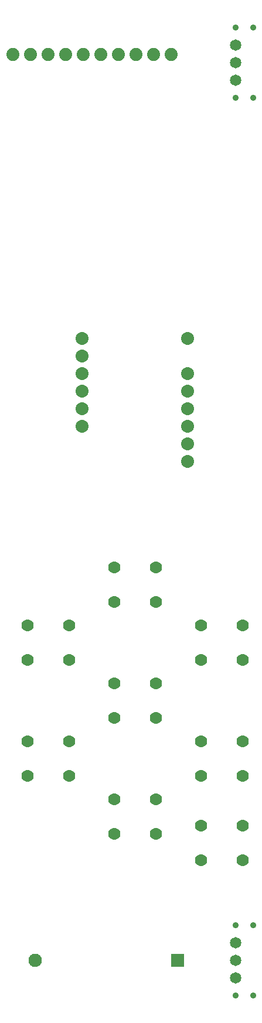
<source format=gbs>
%TF.GenerationSoftware,KiCad,Pcbnew,(6.0.0)*%
%TF.CreationDate,2022-06-12T01:08:41-04:00*%
%TF.ProjectId,8 Seg Design Tool,38205365-6720-4446-9573-69676e20546f,v01*%
%TF.SameCoordinates,Original*%
%TF.FileFunction,Soldermask,Bot*%
%TF.FilePolarity,Negative*%
%FSLAX46Y46*%
G04 Gerber Fmt 4.6, Leading zero omitted, Abs format (unit mm)*
G04 Created by KiCad (PCBNEW (6.0.0)) date 2022-06-12 01:08:41*
%MOMM*%
%LPD*%
G01*
G04 APERTURE LIST*
G04 Aperture macros list*
%AMRoundRect*
0 Rectangle with rounded corners*
0 $1 Rounding radius*
0 $2 $3 $4 $5 $6 $7 $8 $9 X,Y pos of 4 corners*
0 Add a 4 corners polygon primitive as box body*
4,1,4,$2,$3,$4,$5,$6,$7,$8,$9,$2,$3,0*
0 Add four circle primitives for the rounded corners*
1,1,$1+$1,$2,$3*
1,1,$1+$1,$4,$5*
1,1,$1+$1,$6,$7*
1,1,$1+$1,$8,$9*
0 Add four rect primitives between the rounded corners*
20,1,$1+$1,$2,$3,$4,$5,0*
20,1,$1+$1,$4,$5,$6,$7,0*
20,1,$1+$1,$6,$7,$8,$9,0*
20,1,$1+$1,$8,$9,$2,$3,0*%
G04 Aperture macros list end*
%ADD10C,1.883600*%
%ADD11C,1.763600*%
%ADD12RoundRect,0.050800X0.914400X-0.914400X0.914400X0.914400X-0.914400X0.914400X-0.914400X-0.914400X0*%
%ADD13C,1.930400*%
%ADD14C,1.861820*%
%ADD15C,0.889000*%
%ADD16C,1.651000*%
G04 APERTURE END LIST*
D10*
X104161389Y-31559500D03*
X106701389Y-31559500D03*
X109241389Y-31559500D03*
X111781389Y-31559500D03*
X114321389Y-31559500D03*
X116861389Y-31559500D03*
X119401389Y-31559500D03*
X121941389Y-31559500D03*
X124481389Y-31559500D03*
X127021389Y-31559500D03*
D11*
X106327914Y-119080500D03*
X106327914Y-114080500D03*
X112327914Y-119080500D03*
X112327914Y-114080500D03*
X118827952Y-127462500D03*
X118827952Y-122462500D03*
X124827952Y-127462500D03*
X124827952Y-122462500D03*
D12*
X127931799Y-162554488D03*
D13*
X107433999Y-162554488D03*
D14*
X114207889Y-72638500D03*
X114207889Y-75178500D03*
X114207889Y-77718500D03*
X114207889Y-80258500D03*
X114207889Y-82798500D03*
X114207889Y-85338500D03*
X129447889Y-90418500D03*
X129447889Y-87878500D03*
X129447889Y-85338500D03*
X129447889Y-82798500D03*
X129447889Y-80258500D03*
X129447889Y-77718500D03*
X129447889Y-72638500D03*
D11*
X118827952Y-144226500D03*
X118827952Y-139226500D03*
X124827952Y-144226500D03*
X124827952Y-139226500D03*
X131327864Y-135844500D03*
X131327864Y-130844500D03*
X137327864Y-135844500D03*
X137327864Y-130844500D03*
X131327864Y-148036500D03*
X131327864Y-143036500D03*
X137327864Y-148036500D03*
X137327864Y-143036500D03*
D15*
X136313788Y-167640000D03*
X138853788Y-157480000D03*
X138853788Y-167640000D03*
X136313788Y-157480000D03*
D16*
X136313788Y-160020000D03*
X136313788Y-162560000D03*
X136313788Y-165100000D03*
D11*
X131327864Y-119080500D03*
X131327864Y-114080500D03*
X137327864Y-119080500D03*
X137327864Y-114080500D03*
D15*
X136313788Y-37840500D03*
X138853788Y-27680500D03*
X138853788Y-37840500D03*
X136313788Y-27680500D03*
D16*
X136313788Y-30220500D03*
X136313788Y-32760500D03*
X136313788Y-35300500D03*
D11*
X106327914Y-135844500D03*
X106327914Y-130844500D03*
X112327914Y-135844500D03*
X112327914Y-130844500D03*
X118827940Y-110698500D03*
X118827940Y-105698500D03*
X124827940Y-110698500D03*
X124827940Y-105698500D03*
M02*

</source>
